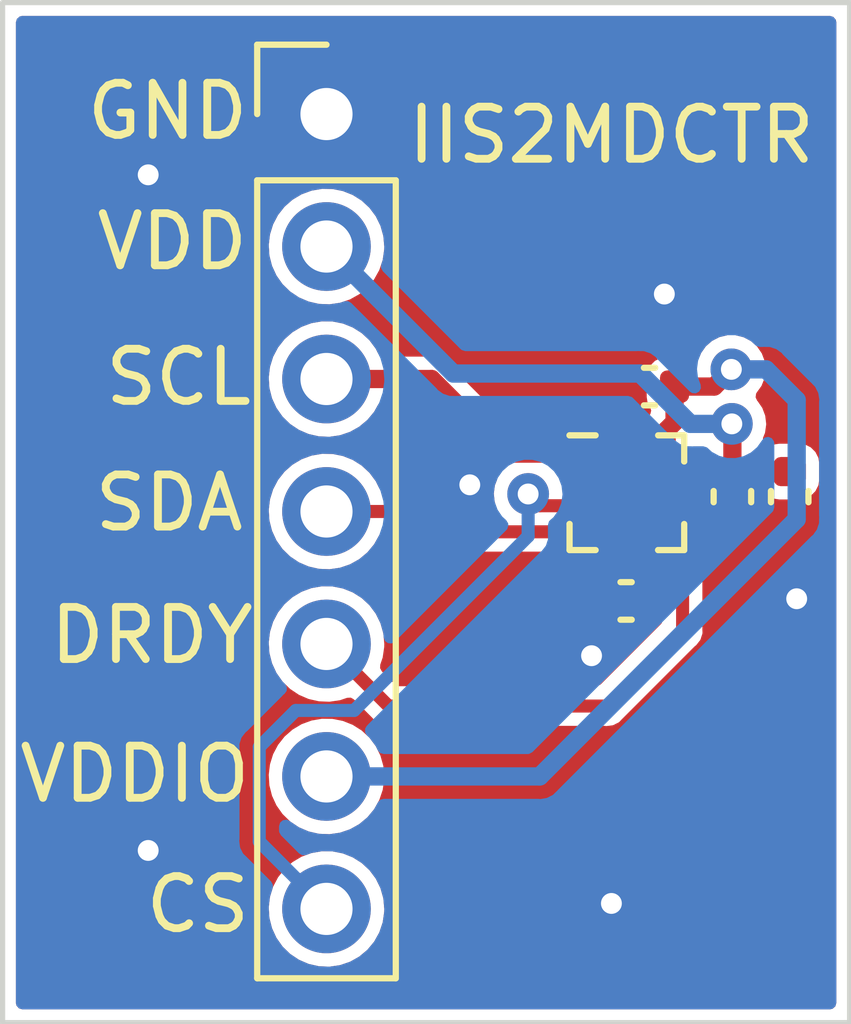
<source format=kicad_pcb>
(kicad_pcb (version 20211014) (generator pcbnew)
  (layers (0 "F.Cu" signal) (31 "B.Cu" signal) (34 "B.Paste" user) (35 "F.Paste" user) (36 "B.SilkS" user "B.Silkscreen") (37 "F.SilkS" user "F.Silkscreen") (38 "B.Mask" user) (39 "F.Mask" user) (44 "Edge.Cuts" user))
  (net 0 "")
  (net 1 "Net-(C1-Pad1)")
  (net 2 "GND")
  (net 3 "VDD")
  (net 4 "VDDIO")
  (net 5 "SCL")
  (net 7 "CS")
  (net 8 "SDA")
  (net 9 "DRDY")
  (footprint "Package_LGA:LGA-12_2x2mm_P0.5mm" (layer "F.Cu") (at 112.565 84.835)
    (fp_text reference "U1" hide)
    (fp_text value "IIS2MDCTR" (at -0.297 -6.857) (layer "F.SilkS"))
    (fp_line (start -1.1 -1.1) (end -1.1 -1.1) (layer "F.SilkS") (width 0.12))
    (fp_line (start 1.1 0.6) (end 1.1 1.1) (layer "F.SilkS") (width 0.12))
    (fp_line (start -0.6 1.1) (end -1.1 1.1) (layer "F.SilkS") (width 0.12))
    (fp_line (start 1.1 -0.6) (end 1.1 -0.6) (layer "F.SilkS") (width 0.12))
    (fp_line (start 1.1 -1.1) (end 1.1 -0.6) (layer "F.SilkS") (width 0.12))
    (fp_line (start -0.6 -1.1) (end -1.1 -1.1) (layer "F.SilkS") (width 0.12))
    (fp_line (start -1.1 1.1) (end -1.1 0.6) (layer "F.SilkS") (width 0.12))
    (fp_line (start -1.1 0.6) (end -1.1 0.6) (layer "F.SilkS") (width 0.12))
    (fp_line (start 1.1 1.1) (end 0.6 1.1) (layer "F.SilkS") (width 0.12))
    (fp_line (start 0.6 -1.1) (end 1.1 -1.1) (layer "F.SilkS") (width 0.12))
    (fp_line (start 0.6 1.1) (end 0.6 1.1) (layer "F.SilkS") (width 0.12))
    (pad "1" smd rect (at -0.7625 -0.75) (size 0.375 0.35) (layers "F.Cu" "F.Paste" "F.Mask") (net 5 "SCL"))
    (pad "2" smd rect (at -0.7625 -0.25) (size 0.375 0.35) (layers "F.Cu" "F.Paste" "F.Mask"))
    (pad "3" smd rect (at -0.7625 0.25) (size 0.375 0.35) (layers "F.Cu" "F.Paste" "F.Mask") (net 7 "CS"))
    (pad "4" smd rect (at -0.7625 0.75) (size 0.375 0.35) (layers "F.Cu" "F.Paste" "F.Mask") (net 8 "SDA"))
    (pad "5" smd rect (at -0.25 0.7625 90) (size 0.375 0.35) (layers "F.Cu" "F.Paste" "F.Mask") (net 1 "Net-(C1-Pad1)"))
    (pad "6" smd rect (at 0.25 0.7625 90) (size 0.375 0.35) (layers "F.Cu" "F.Paste" "F.Mask") (net 2 "GND"))
    (pad "7" smd rect (at 0.7625 0.75) (size 0.375 0.35) (layers "F.Cu" "F.Paste" "F.Mask") (net 9 "DRDY"))
    (pad "8" smd rect (at 0.7625 0.25) (size 0.375 0.35) (layers "F.Cu" "F.Paste" "F.Mask") (net 2 "GND"))
    (pad "9" smd rect (at 0.7625 -0.25) (size 0.375 0.35) (layers "F.Cu" "F.Paste" "F.Mask") (net 3 "VDD"))
    (pad "10" smd rect (at 0.7625 -0.75) (size 0.375 0.35) (layers "F.Cu" "F.Paste" "F.Mask") (net 4 "VDDIO"))
    (pad "11" smd rect (at 0.25 -0.7625 90) (size 0.375 0.35) (layers "F.Cu" "F.Paste" "F.Mask"))
    (pad "12" smd rect (at -0.25 -0.7625 90) (size 0.375 0.35) (layers "F.Cu" "F.Paste" "F.Mask"))
  )
  (footprint "Connector_PinHeader_2.54mm:PinHeader_1x07_P2.54mm_Vertical" (layer "F.Cu") (at 106.8 77.575)
    (fp_text reference "J1" hide)
    (fp_text value "Conn_01x07_Male" hide)
    (fp_line (start -1.33 -1.33) (end 0 -1.33) (layer "F.SilkS") (width 0.12))
    (fp_line (start 1.33 1.27) (end 1.33 16.57) (layer "F.SilkS") (width 0.12))
    (fp_line (start -1.33 0) (end -1.33 -1.33) (layer "F.SilkS") (width 0.12))
    (fp_line (start -1.33 1.27) (end 1.33 1.27) (layer "F.SilkS") (width 0.12))
    (fp_line (start -1.33 16.57) (end 1.33 16.57) (layer "F.SilkS") (width 0.12))
    (fp_line (start -1.33 1.27) (end -1.33 16.57) (layer "F.SilkS") (width 0.12))
    (pad "1" thru_hole rect (at 0 0) (size 1.7 1.7) (drill 1) (layers *.Cu *.Mask) (net 2 "GND"))
    (pad "2" thru_hole oval (at 0 2.54) (size 1.7 1.7) (drill 1) (layers *.Cu *.Mask) (net 3 "VDD"))
    (pad "3" thru_hole oval (at 0 5.08) (size 1.7 1.7) (drill 1) (layers *.Cu *.Mask) (net 5 "SCL"))
    (pad "4" thru_hole oval (at 0 7.62) (size 1.7 1.7) (drill 1) (layers *.Cu *.Mask) (net 8 "SDA"))
    (pad "5" thru_hole oval (at 0 10.16) (size 1.7 1.7) (drill 1) (layers *.Cu *.Mask) (net 9 "DRDY"))
    (pad "6" thru_hole oval (at 0 12.7) (size 1.7 1.7) (drill 1) (layers *.Cu *.Mask) (net 4 "VDDIO"))
    (pad "7" thru_hole oval (at 0 15.24) (size 1.7 1.7) (drill 1) (layers *.Cu *.Mask) (net 7 "CS"))
  )
  (footprint "Capacitor_SMD:C_0402_1005Metric" (layer "F.Cu") (at 115.69 84.91 -90)
    (fp_text reference "C2" hide)
    (fp_text value "100nF" hide)
    (fp_line (start -0.107836 -0.36) (end 0.107836 -0.36) (layer "F.SilkS") (width 0.12))
    (fp_line (start -0.107836 0.36) (end 0.107836 0.36) (layer "F.SilkS") (width 0.12))
    (pad "1" smd roundrect (at -0.48 0 270) (size 0.56 0.62) (layers "F.Cu" "F.Paste" "F.Mask") (net 3 "VDD"))
    (pad "2" smd roundrect (at 0.48 0 270) (size 0.56 0.62) (layers "F.Cu" "F.Paste" "F.Mask") (net 2 "GND"))
  )
  (footprint "Capacitor_SMD:C_0402_1005Metric" (layer "F.Cu") (at 112.55 86.91)
    (fp_text reference "C1" hide)
    (fp_text value "220nF" hide)
    (fp_line (start -0.107836 -0.36) (end 0.107836 -0.36) (layer "F.SilkS") (width 0.12))
    (fp_line (start -0.107836 0.36) (end 0.107836 0.36) (layer "F.SilkS") (width 0.12))
    (pad "1" smd roundrect (at -0.48 0) (size 0.56 0.62) (layers "F.Cu" "F.Paste" "F.Mask") (net 1 "Net-(C1-Pad1)"))
    (pad "2" smd roundrect (at 0.48 0) (size 0.56 0.62) (layers "F.Cu" "F.Paste" "F.Mask") (net 2 "GND"))
  )
  (footprint "Capacitor_SMD:C_0402_1005Metric" (layer "F.Cu") (at 114.59 84.91 -90)
    (fp_text reference "C3" hide)
    (fp_text value "10uF" hide)
    (fp_line (start -0.107836 0.36) (end 0.107836 0.36) (layer "F.SilkS") (width 0.12))
    (fp_line (start -0.107836 -0.36) (end 0.107836 -0.36) (layer "F.SilkS") (width 0.12))
    (pad "1" smd roundrect (at -0.48 0 270) (size 0.56 0.62) (layers "F.Cu" "F.Paste" "F.Mask") (net 3 "VDD"))
    (pad "2" smd roundrect (at 0.48 0 270) (size 0.56 0.62) (layers "F.Cu" "F.Paste" "F.Mask") (net 2 "GND"))
  )
  (footprint "Capacitor_SMD:C_0402_1005Metric" (layer "F.Cu") (at 113 82.8 180)
    (fp_text reference "C4" hide)
    (fp_text value "100nF" hide)
    (fp_line (start -0.107836 0.36) (end 0.107836 0.36) (layer "F.SilkS") (width 0.12))
    (fp_line (start -0.107836 -0.36) (end 0.107836 -0.36) (layer "F.SilkS") (width 0.12))
    (pad "1" smd roundrect (at -0.48 0 180) (size 0.56 0.62) (layers "F.Cu" "F.Paste" "F.Mask") (net 4 "VDDIO"))
    (pad "2" smd roundrect (at 0.48 0 180) (size 0.56 0.62) (layers "F.Cu" "F.Paste" "F.Mask") (net 2 "GND"))
  )
  (gr_line (start 100.584 75.438) (end 116.84 75.438) (layer "Edge.Cuts") (width 0.1))
  (gr_line (start 116.84 94.996) (end 100.584 94.996) (layer "Edge.Cuts") (width 0.1))
  (gr_line (start 116.84 75.438) (end 116.84 94.996) (layer "Edge.Cuts") (width 0.1))
  (gr_line (start 100.584 94.996) (end 100.584 75.438) (layer "Edge.Cuts") (width 0.1))
  (gr_text "VDDIO" (at 103.12 90.23) (layer "F.SilkS") (effects (font (size 1 1))))
  (gr_text "DRDY" (at 103.45 87.57) (layer "F.SilkS") (effects (font (size 1 1))))
  (gr_text "GND" (at 103.75 77.52) (layer "F.SilkS") (effects (font (size 1 1))))
  (gr_text "SCL" (at 103.96 82.62) (layer "F.SilkS") (effects (font (size 1 1))))
  (gr_text "CS" (at 104.33 92.73) (layer "F.SilkS") (effects (font (size 1 1))))
  (gr_text "SDA" (at 103.78 85.03) (layer "F.SilkS") (effects (font (size 1 1))))
  (gr_text "VDD\n" (at 103.84 80.02) (layer "F.SilkS") (effects (font (size 1 1))))
  (segment (start 112.315 86.095) (end 112.07 86.34) (width 0.25) (layer "F.Cu") (net 1))
  (segment (start 112.315 85.5975) (end 112.315 86.095) (width 0.25) (layer "F.Cu") (net 1))
  (segment (start 112.07 86.34) (end 112.07 86.91) (width 0.25) (layer "F.Cu") (net 1))
  (segment (start 112.815 86.135) (end 112.815 85.5975) (width 0.25) (layer "F.Cu") (net 2))
  (segment (start 113.03 86.35) (end 112.815 86.135) (width 0.25) (layer "F.Cu") (net 2))
  (segment (start 112.985 85.085) (end 112.815 85.255) (width 0.25) (layer "F.Cu") (net 2))
  (segment (start 114.59 85.39) (end 114.17 85.39) (width 0.25) (layer "F.Cu") (net 2))
  (segment (start 113.865 85.085) (end 113.3275 85.085) (width 0.25) (layer "F.Cu") (net 2))
  (segment (start 112.815 85.255) (end 112.815 85.5975) (width 0.25) (layer "F.Cu") (net 2))
  (segment (start 114.17 85.39) (end 113.865 85.085) (width 0.25) (layer "F.Cu") (net 2))
  (segment (start 113.3275 85.085) (end 112.985 85.085) (width 0.25) (layer "F.Cu") (net 2))
  (segment (start 113.03 86.91) (end 113.03 86.35) (width 0.25) (layer "F.Cu") (net 2))
  (via (at 103.378 91.694) (size 0.8) (drill 0.4) (layers "F.Cu" "B.Cu") (net 2))
  (via (at 111.887 87.9602) (size 0.8) (drill 0.4) (layers "F.Cu" "B.Cu") (net 2))
  (via (at 109.5502 84.6836) (size 0.8) (drill 0.4) (layers "F.Cu" "B.Cu") (net 2))
  (via (at 113.284 81.026) (size 0.8) (drill 0.4) (layers "F.Cu" "B.Cu") (net 2))
  (via (at 103.378 78.74) (size 0.8) (drill 0.4) (layers "F.Cu" "B.Cu") (net 2))
  (via (at 112.268 92.71) (size 0.8) (drill 0.4) (layers "F.Cu" "B.Cu") (net 2))
  (via (at 115.824 86.868) (size 0.8) (drill 0.4) (layers "F.Cu" "B.Cu") (net 2))
  (segment (start 114.59 84.43) (end 113.99 84.43) (width 0.35) (layer "F.Cu") (net 3))
  (segment (start 114.59 83.5258) (end 114.59 84.43) (width 0.35) (layer "F.Cu") (net 3))
  (segment (start 113.835 84.585) (end 113.3275 84.585) (width 0.35) (layer "F.Cu") (net 3))
  (segment (start 114.5794 83.5152) (end 114.59 83.5258) (width 0.35) (layer "F.Cu") (net 3))
  (segment (start 115.69 84.43) (end 114.59 84.43) (width 0.35) (layer "F.Cu") (net 3))
  (segment (start 113.99 84.43) (end 113.835 84.585) (width 0.35) (layer "F.Cu") (net 3))
  (via (at 114.5794 83.5152) (size 0.8) (drill 0.4) (layers "F.Cu" "B.Cu") (net 3))
  (segment (start 109.235 82.55) (end 106.8 80.115) (width 0.35) (layer "B.Cu") (net 3))
  (segment (start 114.5794 83.5152) (end 113.784893 83.5152) (width 0.35) (layer "B.Cu") (net 3))
  (segment (start 112.819693 82.55) (end 109.235 82.55) (width 0.35) (layer "B.Cu") (net 3))
  (segment (start 113.784893 83.5152) (end 112.819693 82.55) (width 0.35) (layer "B.Cu") (net 3))
  (segment (start 114.24 82.8) (end 114.57 82.47) (width 0.35) (layer "F.Cu") (net 4))
  (segment (start 113.48 83.48) (end 113.3275 83.6325) (width 0.35) (layer "F.Cu") (net 4))
  (segment (start 113.48 82.8) (end 113.48 83.48) (width 0.35) (layer "F.Cu") (net 4))
  (segment (start 113.48 82.8) (end 114.24 82.8) (width 0.35) (layer "F.Cu") (net 4))
  (segment (start 113.3275 83.6325) (end 113.3275 84.085) (width 0.35) (layer "F.Cu") (net 4))
  (via (at 114.57 82.47) (size 0.8) (drill 0.4) (layers "F.Cu" "B.Cu") (net 4))
  (segment (start 115.236 82.47) (end 115.824 83.058) (width 0.35) (layer "B.Cu") (net 4))
  (segment (start 115.824 83.058) (end 115.824 85.344) (width 0.35) (layer "B.Cu") (net 4))
  (segment (start 115.824 85.344) (end 110.893 90.275) (width 0.35) (layer "B.Cu") (net 4))
  (segment (start 114.57 82.47) (end 115.236 82.47) (width 0.35) (layer "B.Cu") (net 4))
  (segment (start 110.893 90.275) (end 106.8 90.275) (width 0.35) (layer "B.Cu") (net 4))
  (segment (start 111.8025 84.085) (end 110.247 84.085) (width 0.35) (layer "F.Cu") (net 5))
  (segment (start 108.817 82.655) (end 106.8 82.655) (width 0.35) (layer "F.Cu") (net 5))
  (segment (start 110.247 84.085) (end 108.817 82.655) (width 0.35) (layer "F.Cu") (net 5))
  (segment (start 110.67 84.8595) (end 110.8955 85.085) (width 0.25) (layer "F.Cu") (net 7))
  (segment (start 110.8955 85.085) (end 111.8025 85.085) (width 0.25) (layer "F.Cu") (net 7))
  (via (at 110.67 84.8595) (size 0.8) (drill 0.4) (layers "F.Cu" "B.Cu") (net 7))
  (segment (start 110.67 85.67) (end 107.33 89.01) (width 0.25) (layer "B.Cu") (net 7))
  (segment (start 105.51 89.71) (end 105.51 91.525) (width 0.25) (layer "B.Cu") (net 7))
  (segment (start 110.67 84.8595) (end 110.67 85.67) (width 0.25) (layer "B.Cu") (net 7))
  (segment (start 107.33 89.01) (end 106.21 89.01) (width 0.25) (layer "B.Cu") (net 7))
  (segment (start 106.21 89.01) (end 105.51 89.71) (width 0.25) (layer "B.Cu") (net 7))
  (segment (start 105.51 91.525) (end 106.8 92.815) (width 0.25) (layer "B.Cu") (net 7))
  (segment (start 109.207 85.585) (end 108.817 85.195) (width 0.25) (layer "F.Cu") (net 8))
  (segment (start 108.817 85.195) (end 106.8 85.195) (width 0.25) (layer "F.Cu") (net 8))
  (segment (start 111.8025 85.585) (end 109.207 85.585) (width 0.25) (layer "F.Cu") (net 8))
  (segment (start 113.63452 87.47548) (end 112.1846 88.9254) (width 0.25) (layer "F.Cu") (net 9))
  (segment (start 113.3275 85.8975) (end 113.63452 86.20452) (width 0.25) (layer "F.Cu") (net 9))
  (segment (start 107.9904 88.9254) (end 106.8 87.735) (width 0.25) (layer "F.Cu") (net 9))
  (segment (start 112.1846 88.9254) (end 107.9904 88.9254) (width 0.25) (layer "F.Cu") (net 9))
  (segment (start 113.63452 86.20452) (end 113.63452 87.47548) (width 0.25) (layer "F.Cu") (net 9))
  (segment (start 113.3275 85.585) (end 113.3275 85.8975) (width 0.25) (layer "F.Cu") (net 9))
  (zone (net 2) (net_name "GND") (layer "F.Cu") (connect_pads yes (clearance 0.254)) (min_thickness 0.254) (fill yes (thermal_gap 0.508) (thermal_bridge_width 0.508))
    (polygon (pts (xy 116.84 94.996) (xy 100.584 94.996) (xy 100.584 75.438) (xy 116.84 75.438)))
  )
  (zone (net 2) (net_name "GND") (layer "B.Cu") (connect_pads yes (clearance 0.254)) (min_thickness 0.254) (fill yes (thermal_gap 0.508) (thermal_bridge_width 0.508))
    (polygon (pts (xy 116.84 94.996) (xy 100.584 94.996) (xy 100.584 75.438) (xy 116.84 75.438)))
  )
)
</source>
